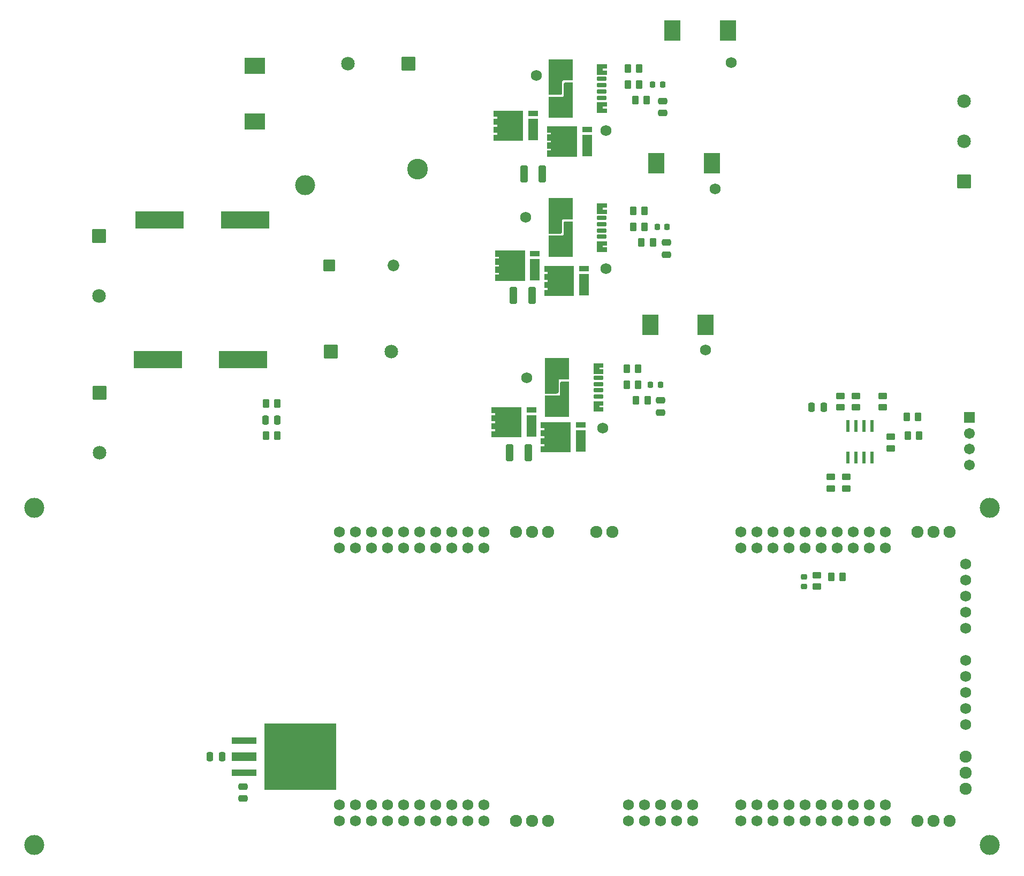
<source format=gbr>
%TF.GenerationSoftware,KiCad,Pcbnew,9.0.0*%
%TF.CreationDate,2025-05-26T21:52:58-04:00*%
%TF.ProjectId,Custom Inverter PCB,43757374-6f6d-4204-996e-766572746572,2*%
%TF.SameCoordinates,Original*%
%TF.FileFunction,Soldermask,Top*%
%TF.FilePolarity,Negative*%
%FSLAX46Y46*%
G04 Gerber Fmt 4.6, Leading zero omitted, Abs format (unit mm)*
G04 Created by KiCad (PCBNEW 9.0.0) date 2025-05-26 21:52:58*
%MOMM*%
%LPD*%
G01*
G04 APERTURE LIST*
G04 Aperture macros list*
%AMRoundRect*
0 Rectangle with rounded corners*
0 $1 Rounding radius*
0 $2 $3 $4 $5 $6 $7 $8 $9 X,Y pos of 4 corners*
0 Add a 4 corners polygon primitive as box body*
4,1,4,$2,$3,$4,$5,$6,$7,$8,$9,$2,$3,0*
0 Add four circle primitives for the rounded corners*
1,1,$1+$1,$2,$3*
1,1,$1+$1,$4,$5*
1,1,$1+$1,$6,$7*
1,1,$1+$1,$8,$9*
0 Add four rect primitives between the rounded corners*
20,1,$1+$1,$2,$3,$4,$5,0*
20,1,$1+$1,$4,$5,$6,$7,0*
20,1,$1+$1,$6,$7,$8,$9,0*
20,1,$1+$1,$8,$9,$2,$3,0*%
G04 Aperture macros list end*
%ADD10C,0.010000*%
%ADD11RoundRect,0.250000X0.262500X0.450000X-0.262500X0.450000X-0.262500X-0.450000X0.262500X-0.450000X0*%
%ADD12C,1.734000*%
%ADD13R,2.514600X3.225800*%
%ADD14RoundRect,0.250000X0.250000X0.475000X-0.250000X0.475000X-0.250000X-0.475000X0.250000X-0.475000X0*%
%ADD15RoundRect,0.250000X-0.475000X0.250000X-0.475000X-0.250000X0.475000X-0.250000X0.475000X0.250000X0*%
%ADD16RoundRect,0.102000X-0.975000X-0.975000X0.975000X-0.975000X0.975000X0.975000X-0.975000X0.975000X0*%
%ADD17C,2.154000*%
%ADD18RoundRect,0.102000X-0.975000X0.975000X-0.975000X-0.975000X0.975000X-0.975000X0.975000X0.975000X0*%
%ADD19RoundRect,0.225000X-0.250000X0.225000X-0.250000X-0.225000X0.250000X-0.225000X0.250000X0.225000X0*%
%ADD20R,3.911600X0.990600*%
%ADD21R,3.911600X1.346200*%
%ADD22R,11.455400X10.464800*%
%ADD23RoundRect,0.102000X0.686000X1.625000X-0.686000X1.625000X-0.686000X-1.625000X0.686000X-1.625000X0*%
%ADD24RoundRect,0.102000X0.686000X0.355000X-0.686000X0.355000X-0.686000X-0.355000X0.686000X-0.355000X0*%
%ADD25RoundRect,0.250000X-0.450000X0.262500X-0.450000X-0.262500X0.450000X-0.262500X0.450000X0.262500X0*%
%ADD26RoundRect,0.102000X3.750000X1.250000X-3.750000X1.250000X-3.750000X-1.250000X3.750000X-1.250000X0*%
%ADD27RoundRect,0.250000X0.450000X-0.262500X0.450000X0.262500X-0.450000X0.262500X-0.450000X-0.262500X0*%
%ADD28RoundRect,0.102000X0.975000X-0.975000X0.975000X0.975000X-0.975000X0.975000X-0.975000X-0.975000X0*%
%ADD29RoundRect,0.225000X0.225000X0.250000X-0.225000X0.250000X-0.225000X-0.250000X0.225000X-0.250000X0*%
%ADD30RoundRect,0.102000X-0.754000X0.754000X-0.754000X-0.754000X0.754000X-0.754000X0.754000X0.754000X0*%
%ADD31C,1.712000*%
%ADD32RoundRect,0.102000X-0.817500X-0.817500X0.817500X-0.817500X0.817500X0.817500X-0.817500X0.817500X0*%
%ADD33C,1.839000*%
%ADD34C,3.174000*%
%ADD35C,3.280000*%
%ADD36RoundRect,0.250000X-0.325000X-1.100000X0.325000X-1.100000X0.325000X1.100000X-0.325000X1.100000X0*%
%ADD37R,3.225800X2.514600*%
%ADD38RoundRect,0.102000X0.650000X0.200000X-0.650000X0.200000X-0.650000X-0.200000X0.650000X-0.200000X0*%
%ADD39RoundRect,0.250000X-0.262500X-0.450000X0.262500X-0.450000X0.262500X0.450000X-0.262500X0.450000X0*%
%ADD40R,0.558800X1.981200*%
%ADD41RoundRect,0.102000X0.975000X0.975000X-0.975000X0.975000X-0.975000X-0.975000X0.975000X-0.975000X0*%
%ADD42C,3.175000*%
%ADD43C,1.728000*%
%ADD44C,1.929000*%
G04 APERTURE END LIST*
D10*
%TO.C,Q4*%
X124884000Y-65718000D02*
X120244000Y-65718000D01*
X120244000Y-64808000D01*
X120834000Y-64808000D01*
X120834000Y-64448000D01*
X120244000Y-64448000D01*
X120244000Y-63538000D01*
X120834000Y-63538000D01*
X120834000Y-63178000D01*
X120244000Y-63178000D01*
X120244000Y-62268000D01*
X120834000Y-62268000D01*
X120834000Y-61908000D01*
X120244000Y-61908000D01*
X120244000Y-60998000D01*
X124884000Y-60998000D01*
X124884000Y-65718000D01*
G36*
X124884000Y-65718000D02*
G01*
X120244000Y-65718000D01*
X120244000Y-64808000D01*
X120834000Y-64808000D01*
X120834000Y-64448000D01*
X120244000Y-64448000D01*
X120244000Y-63538000D01*
X120834000Y-63538000D01*
X120834000Y-63178000D01*
X120244000Y-63178000D01*
X120244000Y-62268000D01*
X120834000Y-62268000D01*
X120834000Y-61908000D01*
X120244000Y-61908000D01*
X120244000Y-60998000D01*
X124884000Y-60998000D01*
X124884000Y-65718000D01*
G37*
%TO.C,Q6*%
X125384000Y-43668000D02*
X120744000Y-43668000D01*
X120744000Y-42758000D01*
X121334000Y-42758000D01*
X121334000Y-42398000D01*
X120744000Y-42398000D01*
X120744000Y-41488000D01*
X121334000Y-41488000D01*
X121334000Y-41128000D01*
X120744000Y-41128000D01*
X120744000Y-40218000D01*
X121334000Y-40218000D01*
X121334000Y-39858000D01*
X120744000Y-39858000D01*
X120744000Y-38948000D01*
X125384000Y-38948000D01*
X125384000Y-43668000D01*
G36*
X125384000Y-43668000D02*
G01*
X120744000Y-43668000D01*
X120744000Y-42758000D01*
X121334000Y-42758000D01*
X121334000Y-42398000D01*
X120744000Y-42398000D01*
X120744000Y-41488000D01*
X121334000Y-41488000D01*
X121334000Y-41128000D01*
X120744000Y-41128000D01*
X120744000Y-40218000D01*
X121334000Y-40218000D01*
X121334000Y-39858000D01*
X120744000Y-39858000D01*
X120744000Y-38948000D01*
X125384000Y-38948000D01*
X125384000Y-43668000D01*
G37*
%TO.C,Q1*%
X116557600Y-88063600D02*
X111917600Y-88063600D01*
X111917600Y-87153600D01*
X112507600Y-87153600D01*
X112507600Y-86793600D01*
X111917600Y-86793600D01*
X111917600Y-85883600D01*
X112507600Y-85883600D01*
X112507600Y-85523600D01*
X111917600Y-85523600D01*
X111917600Y-84613600D01*
X112507600Y-84613600D01*
X112507600Y-84253600D01*
X111917600Y-84253600D01*
X111917600Y-83343600D01*
X116557600Y-83343600D01*
X116557600Y-88063600D01*
G36*
X116557600Y-88063600D02*
G01*
X111917600Y-88063600D01*
X111917600Y-87153600D01*
X112507600Y-87153600D01*
X112507600Y-86793600D01*
X111917600Y-86793600D01*
X111917600Y-85883600D01*
X112507600Y-85883600D01*
X112507600Y-85523600D01*
X111917600Y-85523600D01*
X111917600Y-84613600D01*
X112507600Y-84613600D01*
X112507600Y-84253600D01*
X111917600Y-84253600D01*
X111917600Y-83343600D01*
X116557600Y-83343600D01*
X116557600Y-88063600D01*
G37*
%TO.C,Q2*%
X124327600Y-90428600D02*
X119687600Y-90428600D01*
X119687600Y-89518600D01*
X120277600Y-89518600D01*
X120277600Y-89158600D01*
X119687600Y-89158600D01*
X119687600Y-88248600D01*
X120277600Y-88248600D01*
X120277600Y-87888600D01*
X119687600Y-87888600D01*
X119687600Y-86978600D01*
X120277600Y-86978600D01*
X120277600Y-86618600D01*
X119687600Y-86618600D01*
X119687600Y-85708600D01*
X124327600Y-85708600D01*
X124327600Y-90428600D01*
G36*
X124327600Y-90428600D02*
G01*
X119687600Y-90428600D01*
X119687600Y-89518600D01*
X120277600Y-89518600D01*
X120277600Y-89158600D01*
X119687600Y-89158600D01*
X119687600Y-88248600D01*
X120277600Y-88248600D01*
X120277600Y-87888600D01*
X119687600Y-87888600D01*
X119687600Y-86978600D01*
X120277600Y-86978600D01*
X120277600Y-86618600D01*
X119687600Y-86618600D01*
X119687600Y-85708600D01*
X124327600Y-85708600D01*
X124327600Y-90428600D01*
G37*
%TO.C,U3*%
X130110200Y-51695000D02*
X129460200Y-51695000D01*
X129460200Y-52095000D01*
X130110200Y-52095000D01*
X130110200Y-52695000D01*
X128600200Y-52695000D01*
X128600200Y-51095000D01*
X130110200Y-51095000D01*
X130110200Y-51695000D01*
G36*
X130110200Y-51695000D02*
G01*
X129460200Y-51695000D01*
X129460200Y-52095000D01*
X130110200Y-52095000D01*
X130110200Y-52695000D01*
X128600200Y-52695000D01*
X128600200Y-51095000D01*
X130110200Y-51095000D01*
X130110200Y-51695000D01*
G37*
X130110200Y-57695000D02*
X129460200Y-57695000D01*
X129460200Y-58095000D01*
X130110200Y-58095000D01*
X130110200Y-58695000D01*
X128600200Y-58695000D01*
X128600200Y-57095000D01*
X130110200Y-57095000D01*
X130110200Y-57695000D01*
G36*
X130110200Y-57695000D02*
G01*
X129460200Y-57695000D01*
X129460200Y-58095000D01*
X130110200Y-58095000D01*
X130110200Y-58695000D01*
X128600200Y-58695000D01*
X128600200Y-57095000D01*
X130110200Y-57095000D01*
X130110200Y-57695000D01*
G37*
X124650200Y-53565000D02*
X123225200Y-53565000D01*
X123215200Y-53565000D01*
X123204200Y-53566000D01*
X123194200Y-53567000D01*
X123183200Y-53569000D01*
X123173200Y-53572000D01*
X123163200Y-53575000D01*
X123153200Y-53578000D01*
X123144200Y-53582000D01*
X123134200Y-53587000D01*
X123125200Y-53592000D01*
X123116200Y-53597000D01*
X123107200Y-53603000D01*
X123099200Y-53610000D01*
X123091200Y-53616000D01*
X123084200Y-53624000D01*
X123076200Y-53631000D01*
X123070200Y-53639000D01*
X123063200Y-53647000D01*
X123057200Y-53656000D01*
X123052200Y-53665000D01*
X123047200Y-53674000D01*
X123042200Y-53684000D01*
X123038200Y-53693000D01*
X123035200Y-53703000D01*
X123032200Y-53713000D01*
X123029200Y-53723000D01*
X123027200Y-53734000D01*
X123026200Y-53744000D01*
X123025200Y-53755000D01*
X123025200Y-53765000D01*
X123025200Y-55525000D01*
X123025200Y-55541000D01*
X123023200Y-55556000D01*
X123021200Y-55572000D01*
X123018200Y-55587000D01*
X123015200Y-55603000D01*
X123010200Y-55618000D01*
X123005200Y-55633000D01*
X122999200Y-55647000D01*
X122992200Y-55661000D01*
X122985200Y-55675000D01*
X122977200Y-55688000D01*
X122968200Y-55701000D01*
X122958200Y-55714000D01*
X122948200Y-55726000D01*
X122937200Y-55737000D01*
X122926200Y-55748000D01*
X122914200Y-55758000D01*
X122901200Y-55768000D01*
X122888200Y-55777000D01*
X122875200Y-55785000D01*
X122861200Y-55792000D01*
X122847200Y-55799000D01*
X122833200Y-55805000D01*
X122818200Y-55810000D01*
X122803200Y-55815000D01*
X122787200Y-55818000D01*
X122772200Y-55821000D01*
X122756200Y-55823000D01*
X122741200Y-55825000D01*
X122725200Y-55825000D01*
X120950200Y-55825000D01*
X120950200Y-50295000D01*
X124650200Y-50295000D01*
X124650200Y-53565000D01*
G36*
X124650200Y-53565000D02*
G01*
X123225200Y-53565000D01*
X123215200Y-53565000D01*
X123204200Y-53566000D01*
X123194200Y-53567000D01*
X123183200Y-53569000D01*
X123173200Y-53572000D01*
X123163200Y-53575000D01*
X123153200Y-53578000D01*
X123144200Y-53582000D01*
X123134200Y-53587000D01*
X123125200Y-53592000D01*
X123116200Y-53597000D01*
X123107200Y-53603000D01*
X123099200Y-53610000D01*
X123091200Y-53616000D01*
X123084200Y-53624000D01*
X123076200Y-53631000D01*
X123070200Y-53639000D01*
X123063200Y-53647000D01*
X123057200Y-53656000D01*
X123052200Y-53665000D01*
X123047200Y-53674000D01*
X123042200Y-53684000D01*
X123038200Y-53693000D01*
X123035200Y-53703000D01*
X123032200Y-53713000D01*
X123029200Y-53723000D01*
X123027200Y-53734000D01*
X123026200Y-53744000D01*
X123025200Y-53755000D01*
X123025200Y-53765000D01*
X123025200Y-55525000D01*
X123025200Y-55541000D01*
X123023200Y-55556000D01*
X123021200Y-55572000D01*
X123018200Y-55587000D01*
X123015200Y-55603000D01*
X123010200Y-55618000D01*
X123005200Y-55633000D01*
X122999200Y-55647000D01*
X122992200Y-55661000D01*
X122985200Y-55675000D01*
X122977200Y-55688000D01*
X122968200Y-55701000D01*
X122958200Y-55714000D01*
X122948200Y-55726000D01*
X122937200Y-55737000D01*
X122926200Y-55748000D01*
X122914200Y-55758000D01*
X122901200Y-55768000D01*
X122888200Y-55777000D01*
X122875200Y-55785000D01*
X122861200Y-55792000D01*
X122847200Y-55799000D01*
X122833200Y-55805000D01*
X122818200Y-55810000D01*
X122803200Y-55815000D01*
X122787200Y-55818000D01*
X122772200Y-55821000D01*
X122756200Y-55823000D01*
X122741200Y-55825000D01*
X122725200Y-55825000D01*
X120950200Y-55825000D01*
X120950200Y-50295000D01*
X124650200Y-50295000D01*
X124650200Y-53565000D01*
G37*
X124650200Y-59495000D02*
X120950200Y-59495000D01*
X120950200Y-56225000D01*
X123125200Y-56225000D01*
X123135200Y-56225000D01*
X123146200Y-56224000D01*
X123156200Y-56223000D01*
X123167200Y-56221000D01*
X123177200Y-56218000D01*
X123187200Y-56215000D01*
X123197200Y-56212000D01*
X123206200Y-56208000D01*
X123216200Y-56203000D01*
X123225200Y-56198000D01*
X123234200Y-56193000D01*
X123243200Y-56187000D01*
X123251200Y-56180000D01*
X123259200Y-56174000D01*
X123266200Y-56166000D01*
X123274200Y-56159000D01*
X123280200Y-56151000D01*
X123287200Y-56143000D01*
X123293200Y-56134000D01*
X123298200Y-56125000D01*
X123303200Y-56116000D01*
X123308200Y-56106000D01*
X123312200Y-56097000D01*
X123315200Y-56087000D01*
X123318200Y-56077000D01*
X123321200Y-56067000D01*
X123323200Y-56056000D01*
X123324200Y-56046000D01*
X123325200Y-56035000D01*
X123325200Y-56025000D01*
X123325200Y-54265000D01*
X123325200Y-54249000D01*
X123327200Y-54234000D01*
X123329200Y-54218000D01*
X123332200Y-54203000D01*
X123335200Y-54187000D01*
X123340200Y-54172000D01*
X123345200Y-54157000D01*
X123351200Y-54143000D01*
X123358200Y-54129000D01*
X123365200Y-54115000D01*
X123373200Y-54102000D01*
X123382200Y-54089000D01*
X123392200Y-54076000D01*
X123402200Y-54064000D01*
X123413200Y-54053000D01*
X123424200Y-54042000D01*
X123436200Y-54032000D01*
X123449200Y-54022000D01*
X123462200Y-54013000D01*
X123475200Y-54005000D01*
X123489200Y-53998000D01*
X123503200Y-53991000D01*
X123517200Y-53985000D01*
X123532200Y-53980000D01*
X123547200Y-53975000D01*
X123563200Y-53972000D01*
X123578200Y-53969000D01*
X123594200Y-53967000D01*
X123609200Y-53965000D01*
X123625200Y-53965000D01*
X124650200Y-53965000D01*
X124650200Y-59495000D01*
G36*
X124650200Y-59495000D02*
G01*
X120950200Y-59495000D01*
X120950200Y-56225000D01*
X123125200Y-56225000D01*
X123135200Y-56225000D01*
X123146200Y-56224000D01*
X123156200Y-56223000D01*
X123167200Y-56221000D01*
X123177200Y-56218000D01*
X123187200Y-56215000D01*
X123197200Y-56212000D01*
X123206200Y-56208000D01*
X123216200Y-56203000D01*
X123225200Y-56198000D01*
X123234200Y-56193000D01*
X123243200Y-56187000D01*
X123251200Y-56180000D01*
X123259200Y-56174000D01*
X123266200Y-56166000D01*
X123274200Y-56159000D01*
X123280200Y-56151000D01*
X123287200Y-56143000D01*
X123293200Y-56134000D01*
X123298200Y-56125000D01*
X123303200Y-56116000D01*
X123308200Y-56106000D01*
X123312200Y-56097000D01*
X123315200Y-56087000D01*
X123318200Y-56077000D01*
X123321200Y-56067000D01*
X123323200Y-56056000D01*
X123324200Y-56046000D01*
X123325200Y-56035000D01*
X123325200Y-56025000D01*
X123325200Y-54265000D01*
X123325200Y-54249000D01*
X123327200Y-54234000D01*
X123329200Y-54218000D01*
X123332200Y-54203000D01*
X123335200Y-54187000D01*
X123340200Y-54172000D01*
X123345200Y-54157000D01*
X123351200Y-54143000D01*
X123358200Y-54129000D01*
X123365200Y-54115000D01*
X123373200Y-54102000D01*
X123382200Y-54089000D01*
X123392200Y-54076000D01*
X123402200Y-54064000D01*
X123413200Y-54053000D01*
X123424200Y-54042000D01*
X123436200Y-54032000D01*
X123449200Y-54022000D01*
X123462200Y-54013000D01*
X123475200Y-54005000D01*
X123489200Y-53998000D01*
X123503200Y-53991000D01*
X123517200Y-53985000D01*
X123532200Y-53980000D01*
X123547200Y-53975000D01*
X123563200Y-53972000D01*
X123578200Y-53969000D01*
X123594200Y-53967000D01*
X123609200Y-53965000D01*
X123625200Y-53965000D01*
X124650200Y-53965000D01*
X124650200Y-59495000D01*
G37*
%TO.C,U4*%
X130110200Y-29720400D02*
X129460200Y-29720400D01*
X129460200Y-30120400D01*
X130110200Y-30120400D01*
X130110200Y-30720400D01*
X128600200Y-30720400D01*
X128600200Y-29120400D01*
X130110200Y-29120400D01*
X130110200Y-29720400D01*
G36*
X130110200Y-29720400D02*
G01*
X129460200Y-29720400D01*
X129460200Y-30120400D01*
X130110200Y-30120400D01*
X130110200Y-30720400D01*
X128600200Y-30720400D01*
X128600200Y-29120400D01*
X130110200Y-29120400D01*
X130110200Y-29720400D01*
G37*
X130110200Y-35720400D02*
X129460200Y-35720400D01*
X129460200Y-36120400D01*
X130110200Y-36120400D01*
X130110200Y-36720400D01*
X128600200Y-36720400D01*
X128600200Y-35120400D01*
X130110200Y-35120400D01*
X130110200Y-35720400D01*
G36*
X130110200Y-35720400D02*
G01*
X129460200Y-35720400D01*
X129460200Y-36120400D01*
X130110200Y-36120400D01*
X130110200Y-36720400D01*
X128600200Y-36720400D01*
X128600200Y-35120400D01*
X130110200Y-35120400D01*
X130110200Y-35720400D01*
G37*
X124650200Y-31590400D02*
X123225200Y-31590400D01*
X123215200Y-31590400D01*
X123204200Y-31591400D01*
X123194200Y-31592400D01*
X123183200Y-31594400D01*
X123173200Y-31597400D01*
X123163200Y-31600400D01*
X123153200Y-31603400D01*
X123144200Y-31607400D01*
X123134200Y-31612400D01*
X123125200Y-31617400D01*
X123116200Y-31622400D01*
X123107200Y-31628400D01*
X123099200Y-31635400D01*
X123091200Y-31641400D01*
X123084200Y-31649400D01*
X123076200Y-31656400D01*
X123070200Y-31664400D01*
X123063200Y-31672400D01*
X123057200Y-31681400D01*
X123052200Y-31690400D01*
X123047200Y-31699400D01*
X123042200Y-31709400D01*
X123038200Y-31718400D01*
X123035200Y-31728400D01*
X123032200Y-31738400D01*
X123029200Y-31748400D01*
X123027200Y-31759400D01*
X123026200Y-31769400D01*
X123025200Y-31780400D01*
X123025200Y-31790400D01*
X123025200Y-33550400D01*
X123025200Y-33566400D01*
X123023200Y-33581400D01*
X123021200Y-33597400D01*
X123018200Y-33612400D01*
X123015200Y-33628400D01*
X123010200Y-33643400D01*
X123005200Y-33658400D01*
X122999200Y-33672400D01*
X122992200Y-33686400D01*
X122985200Y-33700400D01*
X122977200Y-33713400D01*
X122968200Y-33726400D01*
X122958200Y-33739400D01*
X122948200Y-33751400D01*
X122937200Y-33762400D01*
X122926200Y-33773400D01*
X122914200Y-33783400D01*
X122901200Y-33793400D01*
X122888200Y-33802400D01*
X122875200Y-33810400D01*
X122861200Y-33817400D01*
X122847200Y-33824400D01*
X122833200Y-33830400D01*
X122818200Y-33835400D01*
X122803200Y-33840400D01*
X122787200Y-33843400D01*
X122772200Y-33846400D01*
X122756200Y-33848400D01*
X122741200Y-33850400D01*
X122725200Y-33850400D01*
X120950200Y-33850400D01*
X120950200Y-28320400D01*
X124650200Y-28320400D01*
X124650200Y-31590400D01*
G36*
X124650200Y-31590400D02*
G01*
X123225200Y-31590400D01*
X123215200Y-31590400D01*
X123204200Y-31591400D01*
X123194200Y-31592400D01*
X123183200Y-31594400D01*
X123173200Y-31597400D01*
X123163200Y-31600400D01*
X123153200Y-31603400D01*
X123144200Y-31607400D01*
X123134200Y-31612400D01*
X123125200Y-31617400D01*
X123116200Y-31622400D01*
X123107200Y-31628400D01*
X123099200Y-31635400D01*
X123091200Y-31641400D01*
X123084200Y-31649400D01*
X123076200Y-31656400D01*
X123070200Y-31664400D01*
X123063200Y-31672400D01*
X123057200Y-31681400D01*
X123052200Y-31690400D01*
X123047200Y-31699400D01*
X123042200Y-31709400D01*
X123038200Y-31718400D01*
X123035200Y-31728400D01*
X123032200Y-31738400D01*
X123029200Y-31748400D01*
X123027200Y-31759400D01*
X123026200Y-31769400D01*
X123025200Y-31780400D01*
X123025200Y-31790400D01*
X123025200Y-33550400D01*
X123025200Y-33566400D01*
X123023200Y-33581400D01*
X123021200Y-33597400D01*
X123018200Y-33612400D01*
X123015200Y-33628400D01*
X123010200Y-33643400D01*
X123005200Y-33658400D01*
X122999200Y-33672400D01*
X122992200Y-33686400D01*
X122985200Y-33700400D01*
X122977200Y-33713400D01*
X122968200Y-33726400D01*
X122958200Y-33739400D01*
X122948200Y-33751400D01*
X122937200Y-33762400D01*
X122926200Y-33773400D01*
X122914200Y-33783400D01*
X122901200Y-33793400D01*
X122888200Y-33802400D01*
X122875200Y-33810400D01*
X122861200Y-33817400D01*
X122847200Y-33824400D01*
X122833200Y-33830400D01*
X122818200Y-33835400D01*
X122803200Y-33840400D01*
X122787200Y-33843400D01*
X122772200Y-33846400D01*
X122756200Y-33848400D01*
X122741200Y-33850400D01*
X122725200Y-33850400D01*
X120950200Y-33850400D01*
X120950200Y-28320400D01*
X124650200Y-28320400D01*
X124650200Y-31590400D01*
G37*
X124650200Y-37520400D02*
X120950200Y-37520400D01*
X120950200Y-34250400D01*
X123125200Y-34250400D01*
X123135200Y-34250400D01*
X123146200Y-34249400D01*
X123156200Y-34248400D01*
X123167200Y-34246400D01*
X123177200Y-34243400D01*
X123187200Y-34240400D01*
X123197200Y-34237400D01*
X123206200Y-34233400D01*
X123216200Y-34228400D01*
X123225200Y-34223400D01*
X123234200Y-34218400D01*
X123243200Y-34212400D01*
X123251200Y-34205400D01*
X123259200Y-34199400D01*
X123266200Y-34191400D01*
X123274200Y-34184400D01*
X123280200Y-34176400D01*
X123287200Y-34168400D01*
X123293200Y-34159400D01*
X123298200Y-34150400D01*
X123303200Y-34141400D01*
X123308200Y-34131400D01*
X123312200Y-34122400D01*
X123315200Y-34112400D01*
X123318200Y-34102400D01*
X123321200Y-34092400D01*
X123323200Y-34081400D01*
X123324200Y-34071400D01*
X123325200Y-34060400D01*
X123325200Y-34050400D01*
X123325200Y-32290400D01*
X123325200Y-32274400D01*
X123327200Y-32259400D01*
X123329200Y-32243400D01*
X123332200Y-32228400D01*
X123335200Y-32212400D01*
X123340200Y-32197400D01*
X123345200Y-32182400D01*
X123351200Y-32168400D01*
X123358200Y-32154400D01*
X123365200Y-32140400D01*
X123373200Y-32127400D01*
X123382200Y-32114400D01*
X123392200Y-32101400D01*
X123402200Y-32089400D01*
X123413200Y-32078400D01*
X123424200Y-32067400D01*
X123436200Y-32057400D01*
X123449200Y-32047400D01*
X123462200Y-32038400D01*
X123475200Y-32030400D01*
X123489200Y-32023400D01*
X123503200Y-32016400D01*
X123517200Y-32010400D01*
X123532200Y-32005400D01*
X123547200Y-32000400D01*
X123563200Y-31997400D01*
X123578200Y-31994400D01*
X123594200Y-31992400D01*
X123609200Y-31990400D01*
X123625200Y-31990400D01*
X124650200Y-31990400D01*
X124650200Y-37520400D01*
G36*
X124650200Y-37520400D02*
G01*
X120950200Y-37520400D01*
X120950200Y-34250400D01*
X123125200Y-34250400D01*
X123135200Y-34250400D01*
X123146200Y-34249400D01*
X123156200Y-34248400D01*
X123167200Y-34246400D01*
X123177200Y-34243400D01*
X123187200Y-34240400D01*
X123197200Y-34237400D01*
X123206200Y-34233400D01*
X123216200Y-34228400D01*
X123225200Y-34223400D01*
X123234200Y-34218400D01*
X123243200Y-34212400D01*
X123251200Y-34205400D01*
X123259200Y-34199400D01*
X123266200Y-34191400D01*
X123274200Y-34184400D01*
X123280200Y-34176400D01*
X123287200Y-34168400D01*
X123293200Y-34159400D01*
X123298200Y-34150400D01*
X123303200Y-34141400D01*
X123308200Y-34131400D01*
X123312200Y-34122400D01*
X123315200Y-34112400D01*
X123318200Y-34102400D01*
X123321200Y-34092400D01*
X123323200Y-34081400D01*
X123324200Y-34071400D01*
X123325200Y-34060400D01*
X123325200Y-34050400D01*
X123325200Y-32290400D01*
X123325200Y-32274400D01*
X123327200Y-32259400D01*
X123329200Y-32243400D01*
X123332200Y-32228400D01*
X123335200Y-32212400D01*
X123340200Y-32197400D01*
X123345200Y-32182400D01*
X123351200Y-32168400D01*
X123358200Y-32154400D01*
X123365200Y-32140400D01*
X123373200Y-32127400D01*
X123382200Y-32114400D01*
X123392200Y-32101400D01*
X123402200Y-32089400D01*
X123413200Y-32078400D01*
X123424200Y-32067400D01*
X123436200Y-32057400D01*
X123449200Y-32047400D01*
X123462200Y-32038400D01*
X123475200Y-32030400D01*
X123489200Y-32023400D01*
X123503200Y-32016400D01*
X123517200Y-32010400D01*
X123532200Y-32005400D01*
X123547200Y-32000400D01*
X123563200Y-31997400D01*
X123578200Y-31994400D01*
X123594200Y-31992400D01*
X123609200Y-31990400D01*
X123625200Y-31990400D01*
X124650200Y-31990400D01*
X124650200Y-37520400D01*
G37*
%TO.C,Q5*%
X116844000Y-41158000D02*
X112204000Y-41158000D01*
X112204000Y-40248000D01*
X112794000Y-40248000D01*
X112794000Y-39888000D01*
X112204000Y-39888000D01*
X112204000Y-38978000D01*
X112794000Y-38978000D01*
X112794000Y-38618000D01*
X112204000Y-38618000D01*
X112204000Y-37708000D01*
X112794000Y-37708000D01*
X112794000Y-37348000D01*
X112204000Y-37348000D01*
X112204000Y-36438000D01*
X116844000Y-36438000D01*
X116844000Y-41158000D01*
G36*
X116844000Y-41158000D02*
G01*
X112204000Y-41158000D01*
X112204000Y-40248000D01*
X112794000Y-40248000D01*
X112794000Y-39888000D01*
X112204000Y-39888000D01*
X112204000Y-38978000D01*
X112794000Y-38978000D01*
X112794000Y-38618000D01*
X112204000Y-38618000D01*
X112204000Y-37708000D01*
X112794000Y-37708000D01*
X112794000Y-37348000D01*
X112204000Y-37348000D01*
X112204000Y-36438000D01*
X116844000Y-36438000D01*
X116844000Y-41158000D01*
G37*
%TO.C,Q3*%
X117114000Y-63303000D02*
X112474000Y-63303000D01*
X112474000Y-62393000D01*
X113064000Y-62393000D01*
X113064000Y-62033000D01*
X112474000Y-62033000D01*
X112474000Y-61123000D01*
X113064000Y-61123000D01*
X113064000Y-60763000D01*
X112474000Y-60763000D01*
X112474000Y-59853000D01*
X113064000Y-59853000D01*
X113064000Y-59493000D01*
X112474000Y-59493000D01*
X112474000Y-58583000D01*
X117114000Y-58583000D01*
X117114000Y-63303000D01*
G36*
X117114000Y-63303000D02*
G01*
X112474000Y-63303000D01*
X112474000Y-62393000D01*
X113064000Y-62393000D01*
X113064000Y-62033000D01*
X112474000Y-62033000D01*
X112474000Y-61123000D01*
X113064000Y-61123000D01*
X113064000Y-60763000D01*
X112474000Y-60763000D01*
X112474000Y-59853000D01*
X113064000Y-59853000D01*
X113064000Y-59493000D01*
X112474000Y-59493000D01*
X112474000Y-58583000D01*
X117114000Y-58583000D01*
X117114000Y-63303000D01*
G37*
%TO.C,U2*%
X129553800Y-77003600D02*
X128903800Y-77003600D01*
X128903800Y-77403600D01*
X129553800Y-77403600D01*
X129553800Y-78003600D01*
X128043800Y-78003600D01*
X128043800Y-76403600D01*
X129553800Y-76403600D01*
X129553800Y-77003600D01*
G36*
X129553800Y-77003600D02*
G01*
X128903800Y-77003600D01*
X128903800Y-77403600D01*
X129553800Y-77403600D01*
X129553800Y-78003600D01*
X128043800Y-78003600D01*
X128043800Y-76403600D01*
X129553800Y-76403600D01*
X129553800Y-77003600D01*
G37*
X129553800Y-83003600D02*
X128903800Y-83003600D01*
X128903800Y-83403600D01*
X129553800Y-83403600D01*
X129553800Y-84003600D01*
X128043800Y-84003600D01*
X128043800Y-82403600D01*
X129553800Y-82403600D01*
X129553800Y-83003600D01*
G36*
X129553800Y-83003600D02*
G01*
X128903800Y-83003600D01*
X128903800Y-83403600D01*
X129553800Y-83403600D01*
X129553800Y-84003600D01*
X128043800Y-84003600D01*
X128043800Y-82403600D01*
X129553800Y-82403600D01*
X129553800Y-83003600D01*
G37*
X124093800Y-78873600D02*
X122668800Y-78873600D01*
X122658800Y-78873600D01*
X122647800Y-78874600D01*
X122637800Y-78875600D01*
X122626800Y-78877600D01*
X122616800Y-78880600D01*
X122606800Y-78883600D01*
X122596800Y-78886600D01*
X122587800Y-78890600D01*
X122577800Y-78895600D01*
X122568800Y-78900600D01*
X122559800Y-78905600D01*
X122550800Y-78911600D01*
X122542800Y-78918600D01*
X122534800Y-78924600D01*
X122527800Y-78932600D01*
X122519800Y-78939600D01*
X122513800Y-78947600D01*
X122506800Y-78955600D01*
X122500800Y-78964600D01*
X122495800Y-78973600D01*
X122490800Y-78982600D01*
X122485800Y-78992600D01*
X122481800Y-79001600D01*
X122478800Y-79011600D01*
X122475800Y-79021600D01*
X122472800Y-79031600D01*
X122470800Y-79042600D01*
X122469800Y-79052600D01*
X122468800Y-79063600D01*
X122468800Y-79073600D01*
X122468800Y-80833600D01*
X122468800Y-80849600D01*
X122466800Y-80864600D01*
X122464800Y-80880600D01*
X122461800Y-80895600D01*
X122458800Y-80911600D01*
X122453800Y-80926600D01*
X122448800Y-80941600D01*
X122442800Y-80955600D01*
X122435800Y-80969600D01*
X122428800Y-80983600D01*
X122420800Y-80996600D01*
X122411800Y-81009600D01*
X122401800Y-81022600D01*
X122391800Y-81034600D01*
X122380800Y-81045600D01*
X122369800Y-81056600D01*
X122357800Y-81066600D01*
X122344800Y-81076600D01*
X122331800Y-81085600D01*
X122318800Y-81093600D01*
X122304800Y-81100600D01*
X122290800Y-81107600D01*
X122276800Y-81113600D01*
X122261800Y-81118600D01*
X122246800Y-81123600D01*
X122230800Y-81126600D01*
X122215800Y-81129600D01*
X122199800Y-81131600D01*
X122184800Y-81133600D01*
X122168800Y-81133600D01*
X120393800Y-81133600D01*
X120393800Y-75603600D01*
X124093800Y-75603600D01*
X124093800Y-78873600D01*
G36*
X124093800Y-78873600D02*
G01*
X122668800Y-78873600D01*
X122658800Y-78873600D01*
X122647800Y-78874600D01*
X122637800Y-78875600D01*
X122626800Y-78877600D01*
X122616800Y-78880600D01*
X122606800Y-78883600D01*
X122596800Y-78886600D01*
X122587800Y-78890600D01*
X122577800Y-78895600D01*
X122568800Y-78900600D01*
X122559800Y-78905600D01*
X122550800Y-78911600D01*
X122542800Y-78918600D01*
X122534800Y-78924600D01*
X122527800Y-78932600D01*
X122519800Y-78939600D01*
X122513800Y-78947600D01*
X122506800Y-78955600D01*
X122500800Y-78964600D01*
X122495800Y-78973600D01*
X122490800Y-78982600D01*
X122485800Y-78992600D01*
X122481800Y-79001600D01*
X122478800Y-79011600D01*
X122475800Y-79021600D01*
X122472800Y-79031600D01*
X122470800Y-79042600D01*
X122469800Y-79052600D01*
X122468800Y-79063600D01*
X122468800Y-79073600D01*
X122468800Y-80833600D01*
X122468800Y-80849600D01*
X122466800Y-80864600D01*
X122464800Y-80880600D01*
X122461800Y-80895600D01*
X122458800Y-80911600D01*
X122453800Y-80926600D01*
X122448800Y-80941600D01*
X122442800Y-80955600D01*
X122435800Y-80969600D01*
X122428800Y-80983600D01*
X122420800Y-80996600D01*
X122411800Y-81009600D01*
X122401800Y-81022600D01*
X122391800Y-81034600D01*
X122380800Y-81045600D01*
X122369800Y-81056600D01*
X122357800Y-81066600D01*
X122344800Y-81076600D01*
X122331800Y-81085600D01*
X122318800Y-81093600D01*
X122304800Y-81100600D01*
X122290800Y-81107600D01*
X122276800Y-81113600D01*
X122261800Y-81118600D01*
X122246800Y-81123600D01*
X122230800Y-81126600D01*
X122215800Y-81129600D01*
X122199800Y-81131600D01*
X122184800Y-81133600D01*
X122168800Y-81133600D01*
X120393800Y-81133600D01*
X120393800Y-75603600D01*
X124093800Y-75603600D01*
X124093800Y-78873600D01*
G37*
X124093800Y-84803600D02*
X120393800Y-84803600D01*
X120393800Y-81533600D01*
X122568800Y-81533600D01*
X122578800Y-81533600D01*
X122589800Y-81532600D01*
X122599800Y-81531600D01*
X122610800Y-81529600D01*
X122620800Y-81526600D01*
X122630800Y-81523600D01*
X122640800Y-81520600D01*
X122649800Y-81516600D01*
X122659800Y-81511600D01*
X122668800Y-81506600D01*
X122677800Y-81501600D01*
X122686800Y-81495600D01*
X122694800Y-81488600D01*
X122702800Y-81482600D01*
X122709800Y-81474600D01*
X122717800Y-81467600D01*
X122723800Y-81459600D01*
X122730800Y-81451600D01*
X122736800Y-81442600D01*
X122741800Y-81433600D01*
X122746800Y-81424600D01*
X122751800Y-81414600D01*
X122755800Y-81405600D01*
X122758800Y-81395600D01*
X122761800Y-81385600D01*
X122764800Y-81375600D01*
X122766800Y-81364600D01*
X122767800Y-81354600D01*
X122768800Y-81343600D01*
X122768800Y-81333600D01*
X122768800Y-79573600D01*
X122768800Y-79557600D01*
X122770800Y-79542600D01*
X122772800Y-79526600D01*
X122775800Y-79511600D01*
X122778800Y-79495600D01*
X122783800Y-79480600D01*
X122788800Y-79465600D01*
X122794800Y-79451600D01*
X122801800Y-79437600D01*
X122808800Y-79423600D01*
X122816800Y-79410600D01*
X122825800Y-79397600D01*
X122835800Y-79384600D01*
X122845800Y-79372600D01*
X122856800Y-79361600D01*
X122867800Y-79350600D01*
X122879800Y-79340600D01*
X122892800Y-79330600D01*
X122905800Y-79321600D01*
X122918800Y-79313600D01*
X122932800Y-79306600D01*
X122946800Y-79299600D01*
X122960800Y-79293600D01*
X122975800Y-79288600D01*
X122990800Y-79283600D01*
X123006800Y-79280600D01*
X123021800Y-79277600D01*
X123037800Y-79275600D01*
X123052800Y-79273600D01*
X123068800Y-79273600D01*
X124093800Y-79273600D01*
X124093800Y-84803600D01*
G36*
X124093800Y-84803600D02*
G01*
X120393800Y-84803600D01*
X120393800Y-81533600D01*
X122568800Y-81533600D01*
X122578800Y-81533600D01*
X122589800Y-81532600D01*
X122599800Y-81531600D01*
X122610800Y-81529600D01*
X122620800Y-81526600D01*
X122630800Y-81523600D01*
X122640800Y-81520600D01*
X122649800Y-81516600D01*
X122659800Y-81511600D01*
X122668800Y-81506600D01*
X122677800Y-81501600D01*
X122686800Y-81495600D01*
X122694800Y-81488600D01*
X122702800Y-81482600D01*
X122709800Y-81474600D01*
X122717800Y-81467600D01*
X122723800Y-81459600D01*
X122730800Y-81451600D01*
X122736800Y-81442600D01*
X122741800Y-81433600D01*
X122746800Y-81424600D01*
X122751800Y-81414600D01*
X122755800Y-81405600D01*
X122758800Y-81395600D01*
X122761800Y-81385600D01*
X122764800Y-81375600D01*
X122766800Y-81364600D01*
X122767800Y-81354600D01*
X122768800Y-81343600D01*
X122768800Y-81333600D01*
X122768800Y-79573600D01*
X122768800Y-79557600D01*
X122770800Y-79542600D01*
X122772800Y-79526600D01*
X122775800Y-79511600D01*
X122778800Y-79495600D01*
X122783800Y-79480600D01*
X122788800Y-79465600D01*
X122794800Y-79451600D01*
X122801800Y-79437600D01*
X122808800Y-79423600D01*
X122816800Y-79410600D01*
X122825800Y-79397600D01*
X122835800Y-79384600D01*
X122845800Y-79372600D01*
X122856800Y-79361600D01*
X122867800Y-79350600D01*
X122879800Y-79340600D01*
X122892800Y-79330600D01*
X122905800Y-79321600D01*
X122918800Y-79313600D01*
X122932800Y-79306600D01*
X122946800Y-79299600D01*
X122960800Y-79293600D01*
X122975800Y-79288600D01*
X122990800Y-79283600D01*
X123006800Y-79280600D01*
X123021800Y-79277600D01*
X123037800Y-79275600D01*
X123052800Y-79273600D01*
X123068800Y-79273600D01*
X124093800Y-79273600D01*
X124093800Y-84803600D01*
G37*
%TD*%
D11*
%TO.C,R15*%
X136125000Y-54808000D03*
X134300000Y-54808000D03*
%TD*%
D12*
%TO.C,TP2*%
X117473600Y-78703600D03*
%TD*%
%TO.C,TP5*%
X130030000Y-61443000D03*
%TD*%
D13*
%TO.C,F4*%
X140511600Y-23808000D03*
X149300000Y-23808000D03*
%TD*%
D14*
%TO.C,C28*%
X78076000Y-85368000D03*
X76176000Y-85368000D03*
%TD*%
D12*
%TO.C,TP8*%
X130030000Y-39624000D03*
%TD*%
D11*
%TO.C,R17*%
X135300000Y-32308000D03*
X133475000Y-32308000D03*
%TD*%
D15*
%TO.C,C23*%
X139625000Y-57308000D03*
X139625000Y-59208000D03*
%TD*%
D13*
%TO.C,F2*%
X137011600Y-70308000D03*
X145800000Y-70308000D03*
%TD*%
D16*
%TO.C,J7*%
X86528500Y-74534000D03*
D17*
X96048500Y-74534000D03*
%TD*%
D18*
%TO.C,J1*%
X49850000Y-56250000D03*
D17*
X49850000Y-65770000D03*
%TD*%
D19*
%TO.C,C12*%
X161388000Y-110220000D03*
X161388000Y-111770000D03*
%TD*%
D20*
%TO.C,CR4*%
X72767400Y-136128000D03*
D21*
X72767400Y-138668000D03*
D20*
X72767400Y-141208000D03*
D22*
X81644700Y-138668000D03*
%TD*%
D11*
%TO.C,R11*%
X167484000Y-110220000D03*
X165659000Y-110220000D03*
%TD*%
D23*
%TO.C,Q4*%
X126570000Y-63993000D03*
D24*
X126570000Y-61453000D03*
%TD*%
D25*
%TO.C,R5*%
X175070000Y-88055400D03*
X175070000Y-89880400D03*
%TD*%
D26*
%TO.C,C10*%
X72634000Y-75808000D03*
X59134000Y-75808000D03*
%TD*%
D27*
%TO.C,R48*%
X169570000Y-83380400D03*
X169570000Y-81555400D03*
%TD*%
D28*
%TO.C,J3*%
X186650000Y-47650500D03*
D17*
X186650000Y-41300500D03*
X186650000Y-34950500D03*
%TD*%
D13*
%TO.C,F3*%
X138011600Y-44808000D03*
X146800000Y-44808000D03*
%TD*%
D12*
%TO.C,TP4*%
X129473600Y-86703600D03*
%TD*%
D29*
%TO.C,C13*%
X139675000Y-54808000D03*
X138125000Y-54808000D03*
%TD*%
D30*
%TO.C,J6*%
X187500000Y-85020500D03*
D31*
X187500000Y-87520500D03*
X187500000Y-90020500D03*
X187500000Y-92520500D03*
%TD*%
D12*
%TO.C,TP3*%
X117348000Y-53340000D03*
%TD*%
D25*
%TO.C,R10*%
X163420000Y-109919000D03*
X163420000Y-111744000D03*
%TD*%
D11*
%TO.C,R12*%
X135125000Y-79808000D03*
X133300000Y-79808000D03*
%TD*%
D18*
%TO.C,J8*%
X49900000Y-81080500D03*
D17*
X49900000Y-90600500D03*
%TD*%
D11*
%TO.C,R13*%
X135125000Y-77308000D03*
X133300000Y-77308000D03*
%TD*%
D12*
%TO.C,TP7*%
X119030000Y-30893000D03*
%TD*%
%TO.C,TP6*%
X147300000Y-48808000D03*
%TD*%
D25*
%TO.C,R8*%
X165570000Y-94380400D03*
X165570000Y-96205400D03*
%TD*%
%TO.C,R46*%
X168030000Y-94380400D03*
X168030000Y-96205400D03*
%TD*%
D29*
%TO.C,C11*%
X138625000Y-79808000D03*
X137075000Y-79808000D03*
%TD*%
D15*
%TO.C,C2*%
X72644700Y-143372000D03*
X72644700Y-145272000D03*
%TD*%
%TO.C,C21*%
X138975000Y-34908000D03*
X138975000Y-36808000D03*
%TD*%
D23*
%TO.C,Q6*%
X127070000Y-41943000D03*
D24*
X127070000Y-39403000D03*
%TD*%
D32*
%TO.C,K2*%
X86261000Y-60945000D03*
D33*
X96421000Y-60945000D03*
D34*
X82451000Y-48245000D03*
D35*
X100231000Y-45705000D03*
%TD*%
D36*
%TO.C,C6*%
X114779000Y-90535000D03*
X117729000Y-90535000D03*
%TD*%
D14*
%TO.C,C15*%
X164470000Y-83380400D03*
X162570000Y-83380400D03*
%TD*%
D37*
%TO.C,F1*%
X74520000Y-29380000D03*
X74520000Y-38168400D03*
%TD*%
D23*
%TO.C,Q1*%
X118243600Y-86338600D03*
D24*
X118243600Y-83798600D03*
%TD*%
D27*
%TO.C,R9*%
X173800000Y-83380400D03*
X173800000Y-81555400D03*
%TD*%
D12*
%TO.C,TP1*%
X145800000Y-74308000D03*
%TD*%
D23*
%TO.C,Q2*%
X126013600Y-88703600D03*
D24*
X126013600Y-86163600D03*
%TD*%
D12*
%TO.C,TP9*%
X149800000Y-28808000D03*
%TD*%
D11*
%TO.C,R45*%
X179570000Y-87880400D03*
X177745000Y-87880400D03*
%TD*%
D38*
%TO.C,U3*%
X129350200Y-56395000D03*
X129350200Y-55395000D03*
X129350200Y-54395000D03*
X129350200Y-53395000D03*
%TD*%
D39*
%TO.C,R47*%
X177570000Y-84880400D03*
X179395000Y-84880400D03*
%TD*%
D15*
%TO.C,C24*%
X138625000Y-82308000D03*
X138625000Y-84208000D03*
%TD*%
D40*
%TO.C,U6*%
X168260000Y-91308000D03*
X169530000Y-91308000D03*
X170800000Y-91308000D03*
X172070000Y-91308000D03*
X172070000Y-86380400D03*
X170800000Y-86380400D03*
X169530000Y-86380400D03*
X168260000Y-86380400D03*
%TD*%
D39*
%TO.C,R36*%
X134650000Y-34808000D03*
X136475000Y-34808000D03*
%TD*%
D36*
%TO.C,C7*%
X115385000Y-65643000D03*
X118335000Y-65643000D03*
%TD*%
%TO.C,C8*%
X117030000Y-46443000D03*
X119980000Y-46443000D03*
%TD*%
D26*
%TO.C,C9*%
X72920000Y-53780000D03*
X59420000Y-53780000D03*
%TD*%
D39*
%TO.C,R32*%
X134800000Y-82308000D03*
X136625000Y-82308000D03*
%TD*%
D38*
%TO.C,U4*%
X129350200Y-34420400D03*
X129350200Y-33420400D03*
X129350200Y-32420400D03*
X129350200Y-31420400D03*
%TD*%
D23*
%TO.C,Q5*%
X118530000Y-39433000D03*
D24*
X118530000Y-36893000D03*
%TD*%
D39*
%TO.C,R35*%
X135625000Y-57308000D03*
X137450000Y-57308000D03*
%TD*%
D23*
%TO.C,Q3*%
X118800000Y-61578000D03*
D24*
X118800000Y-59038000D03*
%TD*%
D11*
%TO.C,R44*%
X78076000Y-87868000D03*
X76251000Y-87868000D03*
%TD*%
%TO.C,R14*%
X136125000Y-52308000D03*
X134300000Y-52308000D03*
%TD*%
D29*
%TO.C,C14*%
X138975000Y-32308000D03*
X137425000Y-32308000D03*
%TD*%
D11*
%TO.C,R16*%
X135300000Y-29808000D03*
X133475000Y-29808000D03*
%TD*%
D38*
%TO.C,U2*%
X128793800Y-81703600D03*
X128793800Y-80703600D03*
X128793800Y-79703600D03*
X128793800Y-78703600D03*
%TD*%
D39*
%TO.C,R43*%
X76251000Y-82788000D03*
X78076000Y-82788000D03*
%TD*%
D14*
%TO.C,C1*%
X69308000Y-138668000D03*
X67408000Y-138668000D03*
%TD*%
D27*
%TO.C,R18*%
X167070000Y-83380400D03*
X167070000Y-81555400D03*
%TD*%
D41*
%TO.C,J2*%
X98747500Y-29050000D03*
D17*
X89227500Y-29050000D03*
%TD*%
D42*
%TO.C,U5*%
X190754000Y-99314000D03*
X39624000Y-99314000D03*
X190754000Y-152654000D03*
X39624000Y-152654000D03*
D43*
X87884000Y-103124000D03*
X90424000Y-103124000D03*
X92964000Y-103124000D03*
X95504000Y-103124000D03*
X98044000Y-103124000D03*
X100584000Y-103124000D03*
X103124000Y-103124000D03*
X105664000Y-103124000D03*
X108204000Y-103124000D03*
X110744000Y-103124000D03*
X110744000Y-148844000D03*
X108204000Y-148844000D03*
X105664000Y-148844000D03*
X103124000Y-148844000D03*
X100584000Y-148844000D03*
X98044000Y-148844000D03*
X95504000Y-148844000D03*
X92964000Y-148844000D03*
X90424000Y-148844000D03*
X87884000Y-148844000D03*
X87884000Y-105664000D03*
X90424000Y-105664000D03*
X92964000Y-105664000D03*
X95504000Y-105664000D03*
X98044000Y-105664000D03*
X100584000Y-105664000D03*
X103124000Y-105664000D03*
X105664000Y-105664000D03*
X108204000Y-105664000D03*
X110744000Y-105664000D03*
X110744000Y-146304000D03*
X108204000Y-146304000D03*
X105664000Y-146304000D03*
X103124000Y-146304000D03*
X100584000Y-146304000D03*
X98044000Y-146304000D03*
X95504000Y-146304000D03*
X92964000Y-146304000D03*
X90424000Y-146304000D03*
X87884000Y-146304000D03*
X151384000Y-103124000D03*
X153924000Y-103124000D03*
X156464000Y-103124000D03*
X159004000Y-103124000D03*
X161544000Y-103124000D03*
X164084000Y-103124000D03*
X166624000Y-103124000D03*
X169164000Y-103124000D03*
X171704000Y-103124000D03*
X174244000Y-103124000D03*
X174244000Y-148844000D03*
X171704000Y-148844000D03*
X169164000Y-148844000D03*
X166624000Y-148844000D03*
X164084000Y-148844000D03*
X161544000Y-148844000D03*
X159004000Y-148844000D03*
X156464000Y-148844000D03*
X153924000Y-148844000D03*
X151384000Y-148844000D03*
X151384000Y-105664000D03*
X153924000Y-105664000D03*
X156464000Y-105664000D03*
X159004000Y-105664000D03*
X161544000Y-105664000D03*
X164084000Y-105664000D03*
X166624000Y-105664000D03*
X169164000Y-105664000D03*
X171704000Y-105664000D03*
X174244000Y-105664000D03*
X174244000Y-146304000D03*
X171704000Y-146304000D03*
X169164000Y-146304000D03*
X166624000Y-146304000D03*
X164084000Y-146304000D03*
X161544000Y-146304000D03*
X159004000Y-146304000D03*
X156464000Y-146304000D03*
X153924000Y-146304000D03*
X151384000Y-146304000D03*
X133604000Y-146304000D03*
X133604000Y-148844000D03*
X136144000Y-146304000D03*
X136144000Y-148844000D03*
X138684000Y-146304000D03*
X138684000Y-148844000D03*
X141224000Y-146304000D03*
X141224000Y-148844000D03*
X143764000Y-146304000D03*
X143764000Y-148844000D03*
X186918600Y-133604000D03*
X186944000Y-131064000D03*
X186944000Y-128524000D03*
X186944000Y-125984000D03*
X186944000Y-123444000D03*
X186918600Y-118364000D03*
X186944000Y-115824000D03*
X186944000Y-113284000D03*
X186944000Y-110744000D03*
X186944000Y-108204000D03*
D44*
X186944000Y-143764000D03*
X186944000Y-141224000D03*
X186944000Y-138684000D03*
X128524000Y-103124000D03*
X131064000Y-103124000D03*
X120904000Y-148844000D03*
X118364000Y-148844000D03*
X115824000Y-148844000D03*
X120904000Y-103124000D03*
X118364000Y-103124000D03*
X115824000Y-103124000D03*
X184404000Y-148844000D03*
X181864000Y-148844000D03*
X179324000Y-148844000D03*
X184404000Y-103124000D03*
X181864000Y-103124000D03*
X179324000Y-103124000D03*
%TD*%
M02*

</source>
